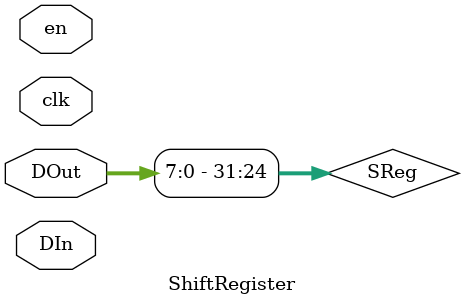
<source format=v>
`timescale 1ns / 1ps
module ShiftRegister
 #(parameter
           data_depth=8,
           ShiftL = 4
       )(
			  input clk,input en,
           input [data_depth-1:0]DIn,
           input [data_depth-1:0]DOut
       );
		 
		 
		 
		 reg [ShiftL*data_depth-1:0]SReg;
		 assign DOut=SReg[ShiftL*data_depth-1-:data_depth];
		 
		 always@(posedge clk)if(en)SReg<={SReg,DIn};


endmodule

</source>
